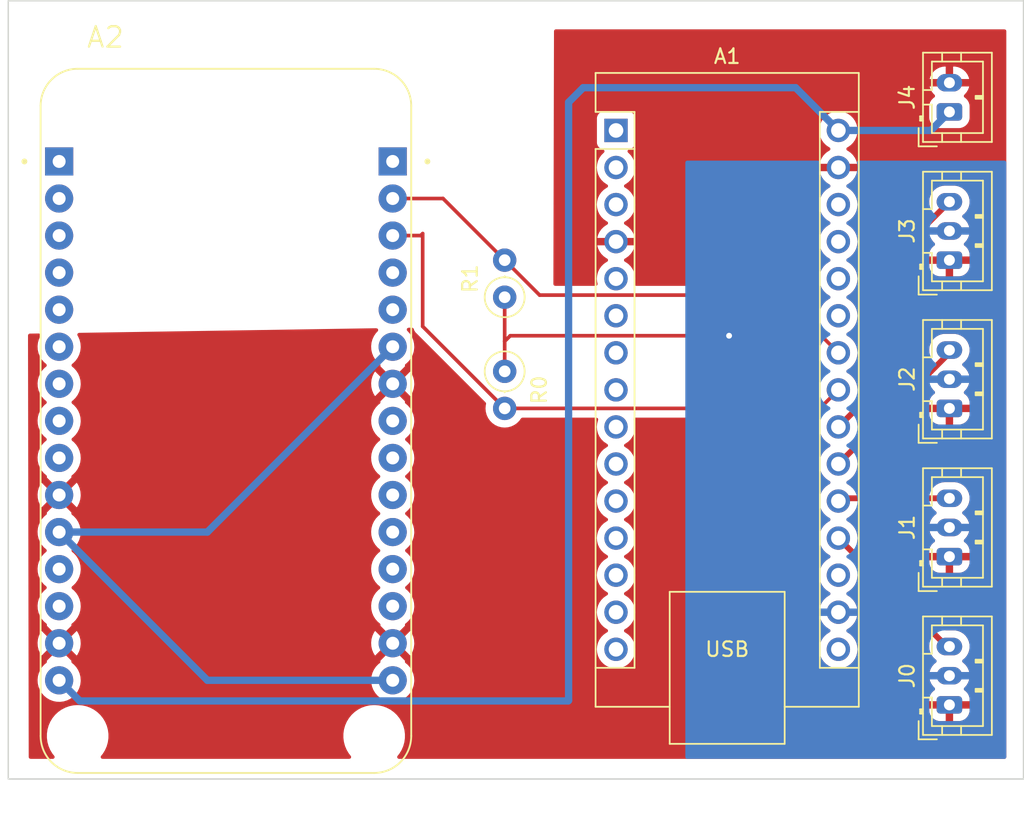
<source format=kicad_pcb>
(kicad_pcb (version 20211014) (generator pcbnew)
  (title_block (title "HASoilMoistureSensorPCB") (rev "0") (company "Benjamin Davis") (comment 1 "Copyright (C) 2022 - Benjamin Davis") (comment 2 "Distributed under GNU Piblic License v3"))
  (layers (0 "F.Cu" signal) (31 "B.Cu" signal) (34 "B.Paste" user) (35 "F.Paste" user) (36 "B.SilkS" user "B.Silkscreen") (37 "F.SilkS" user "F.Silkscreen") (38 "B.Mask" user) (39 "F.Mask" user) (44 "Edge.Cuts" user))
  (net 0 "")
  (net 4 "GND")
  (net 17 "+3V3")
  (net 19 "A0")
  (net 20 "A1")
  (net 21 "A2")
  (net 22 "A3")
  (net 23 "Net-(A1-Pad23)")
  (net 24 "Net-(A1-Pad24)")
  (net 29 "+5V")
  (net 39 "+3.3V")
  (footprint "Connector_JST:JST_PH_B3B-PH-K_1x03_P2.00mm_Vertical" (layer "F.Cu") (at 165.1 93.98 90)
    (fp_text reference "J2" (at 2 -2.9 90) (layer "F.SilkS"))
    (fp_text value "Conn_01x03_Male")
    (fp_line (start -2.06 -0.5) (end -1.45 -0.5) (layer "F.SilkS") (width 0.12))
    (fp_line (start -1.45 2.3) (end 5.45 2.3) (layer "F.SilkS") (width 0.12))
    (fp_line (start -1.11 -2.11) (end -2.36 -2.11) (layer "F.SilkS") (width 0.12))
    (fp_line (start 6.06 0.8) (end 5.45 0.8) (layer "F.SilkS") (width 0.12))
    (fp_line (start -0.6 -2.01) (end -0.6 -1.81) (layer "F.SilkS") (width 0.12))
    (fp_line (start 0.5 -1.2) (end -1.45 -1.2) (layer "F.SilkS") (width 0.12))
    (fp_line (start 1 2.3) (end 1 1.8) (layer "F.SilkS") (width 0.12))
    (fp_line (start 3 2.3) (end 3 1.8) (layer "F.SilkS") (width 0.12))
    (fp_line (start 3.5 -1.2) (end 3.5 -1.81) (layer "F.SilkS") (width 0.12))
    (fp_line (start 2.9 1.8) (end 3.1 1.8) (layer "F.SilkS") (width 0.12))
    (fp_line (start -2.06 2.91) (end 6.06 2.91) (layer "F.SilkS") (width 0.12))
    (fp_line (start 5.45 -1.2) (end 3.5 -1.2) (layer "F.SilkS") (width 0.12))
    (fp_line (start -2.06 -1.81) (end -2.06 2.91) (layer "F.SilkS") (width 0.12))
    (fp_line (start 1.1 1.8) (end 1.1 2.3) (layer "F.SilkS") (width 0.12))
    (fp_line (start 3.1 1.8) (end 3.1 2.3) (layer "F.SilkS") (width 0.12))
    (fp_line (start -1.45 -1.2) (end -1.45 2.3) (layer "F.SilkS") (width 0.12))
    (fp_line (start 6.06 2.91) (end 6.06 -1.81) (layer "F.SilkS") (width 0.12))
    (fp_line (start -2.06 0.8) (end -1.45 0.8) (layer "F.SilkS") (width 0.12))
    (fp_line (start 2.9 2.3) (end 2.9 1.8) (layer "F.SilkS") (width 0.12))
    (fp_line (start 0.5 -1.81) (end 0.5 -1.2) (layer "F.SilkS") (width 0.12))
    (fp_line (start 0.9 2.3) (end 0.9 1.8) (layer "F.SilkS") (width 0.12))
    (fp_line (start -0.3 -1.91) (end -0.6 -1.91) (layer "F.SilkS") (width 0.12))
    (fp_line (start -0.3 -1.81) (end -0.3 -2.01) (layer "F.SilkS") (width 0.12))
    (fp_line (start 6.06 -1.81) (end -2.06 -1.81) (layer "F.SilkS") (width 0.12))
    (fp_line (start 5.45 2.3) (end 5.45 -1.2) (layer "F.SilkS") (width 0.12))
    (fp_line (start 6.06 -0.5) (end 5.45 -0.5) (layer "F.SilkS") (width 0.12))
    (fp_line (start -0.3 -2.01) (end -0.6 -2.01) (layer "F.SilkS") (width 0.12))
    (fp_line (start -2.36 -2.11) (end -2.36 -0.86) (layer "F.SilkS") (width 0.12))
    (fp_line (start 0.9 1.8) (end 1.1 1.8) (layer "F.SilkS") (width 0.12))
    (pad "1" thru_hole roundrect (at 0 0 90) (size 1.2 1.75) (drill 0.75) (layers *.Cu *.Mask) (roundrect_rratio 0.2083333333) (net 4 "GND"))
    (pad "2" thru_hole oval (at 2 0 90) (size 1.2 1.75) (drill 0.75) (layers *.Cu *.Mask) (net 17 "+3V3"))
    (pad "3" thru_hole oval (at 4 0 90) (size 1.2 1.75) (drill 0.75) (layers *.Cu *.Mask) (net 21 "A2"))
  )
  (footprint "NodeMCU:nodeMCU_ESP-12e_Through-Hole" (layer "F.Cu") (at 115.515 94.835)
    (fp_text reference "A2" (at -8.255 -26.289) (layer "F.SilkS") (effects (font (size 1.4 1.4))))
    (fp_text value "nodeMCU_ESP-12E_Dev_Board")
    (fp_line (start -12.7 21.59) (end -12.7 -21.59) (layer "F.SilkS") (width 0.127))
    (fp_line (start 10.16 24.13) (end -10.16 24.13) (layer "F.SilkS") (width 0.127))
    (fp_line (start -10.16 -24.13) (end 10.16 -24.13) (layer "F.SilkS") (width 0.127))
    (fp_line (start 12.7 -21.59) (end 12.7 21.59) (layer "F.SilkS") (width 0.127))
    (fp_arc (start 12.7 21.59) (mid 11.956051 23.386051) (end 10.16 24.13) (layer "F.SilkS") (width 0.127))
    (fp_arc (start -10.16 24.13) (mid -11.956051 23.386051) (end -12.7 21.59) (layer "F.SilkS") (width 0.127))
    (fp_arc (start 10.16 -24.13) (mid 11.956051 -23.386051) (end 12.7 -21.59) (layer "F.SilkS") (width 0.127))
    (fp_arc (start -12.7 -21.59) (mid -11.956051 -23.386051) (end -10.16 -24.13) (layer "F.SilkS") (width 0.127))
    (fp_circle (center 13.81 -17.78) (end 13.91 -17.78) (layer "F.SilkS") (width 0.2) (fill none))
    (fp_circle (center -13.81 -17.78) (end -13.71 -17.78) (layer "F.SilkS") (width 0.2) (fill none))
    (pad "" np_thru_hole circle (at -10.16 21.59) (size 3.2 3.2) (drill 3.2) (layers *.Cu *.Mask))
    (pad "" np_thru_hole circle (at 10.16 -21.59) (size 3.2 3.2) (drill 3.2) (layers *.Cu *.Mask))
    (pad "" np_thru_hole circle (at 10.16 21.59) (size 3.2 3.2) (drill 3.2) (layers *.Cu *.Mask))
    (pad "" np_thru_hole circle (at -10.16 -21.59) (size 3.2 3.2) (drill 3.2) (layers *.Cu *.Mask))
    (pad "0" thru_hole rect (at -11.43 -17.78) (size 1.93 1.93) (drill 0.889) (layers *.Cu *.Mask))
    (pad "1" thru_hole circle (at -11.43 -15.24) (size 1.93 1.93) (drill 0.889) (layers *.Cu *.Mask))
    (pad "2" thru_hole circle (at -11.43 -12.7) (size 1.93 1.93) (drill 0.889) (layers *.Cu *.Mask))
    (pad "3" thru_hole circle (at -11.43 -10.16) (size 1.93 1.93) (drill 0.889) (layers *.Cu *.Mask))
    (pad "4" thru_hole circle (at -11.43 -7.62) (size 1.93 1.93) (drill 0.889) (layers *.Cu *.Mask))
    (pad "5" thru_hole circle (at -11.43 -5.08) (size 1.93 1.93) (drill 0.889) (layers *.Cu *.Mask))
    (pad "6" thru_hole circle (at -11.43 -2.54) (size 1.93 1.93) (drill 0.889) (layers *.Cu *.Mask))
    (pad "7" thru_hole circle (at -11.43 0) (size 1.93 1.93) (drill 0.889) (layers *.Cu *.Mask))
    (pad "8" thru_hole circle (at -11.43 2.54) (size 1.93 1.93) (drill 0.889) (layers *.Cu *.Mask))
    (pad "9" thru_hole circle (at -11.43 5.08) (size 1.93 1.93) (drill 0.889) (layers *.Cu *.Mask) (net 4 "GND"))
    (pad "10" thru_hole circle (at -11.43 7.62) (size 1.93 1.93) (drill 0.889) (layers *.Cu *.Mask) (net 39 "+3.3V"))
    (pad "11" thru_hole circle (at -11.43 10.16) (size 1.93 1.93) (drill 0.889) (layers *.Cu *.Mask))
    (pad "12" thru_hole circle (at -11.43 12.7) (size 1.93 1.93) (drill 0.889) (layers *.Cu *.Mask))
    (pad "13" thru_hole circle (at -11.43 15.24) (size 1.93 1.93) (drill 0.889) (layers *.Cu *.Mask) (net 4 "GND"))
    (pad "14" thru_hole circle (at -11.43 17.78) (size 1.93 1.93) (drill 0.889) (layers *.Cu *.Mask) (net 29 "+5V"))
    (pad "15" thru_hole rect (at 11.43 -17.78) (size 1.93 1.93) (drill 0.889) (layers *.Cu *.Mask))
    (pad "16" thru_hole circle (at 11.43 -15.24) (size 1.93 1.93) (drill 0.889) (layers *.Cu *.Mask) (net 24 "Net-(A1-Pad24)"))
    (pad "17" thru_hole circle (at 11.43 -12.7) (size 1.93 1.93) (drill 0.889) (layers *.Cu *.Mask) (net 23 "Net-(A1-Pad23)"))
    (pad "18" thru_hole circle (at 11.43 -10.16) (size 1.93 1.93) (drill 0.889) (layers *.Cu *.Mask))
    (pad "19" thru_hole circle (at 11.43 -7.62) (size 1.93 1.93) (drill 0.889) (layers *.Cu *.Mask))
    (pad "20" thru_hole circle (at 11.43 -5.08) (size 1.93 1.93) (drill 0.889) (layers *.Cu *.Mask) (net 39 "+3.3V"))
    (pad "21" thru_hole circle (at 11.43 -2.54) (size 1.93 1.93) (drill 0.889) (layers *.Cu *.Mask) (net 4 "GND"))
    (pad "22" thru_hole circle (at 11.43 0) (size 1.93 1.93) (drill 0.889) (layers *.Cu *.Mask))
    (pad "23" thru_hole circle (at 11.43 2.54) (size 1.93 1.93) (drill 0.889) (layers *.Cu *.Mask))
    (pad "24" thru_hole circle (at 11.43 5.08) (size 1.93 1.93) (drill 0.889) (layers *.Cu *.Mask))
    (pad "25" thru_hole circle (at 11.43 7.62) (size 1.93 1.93) (drill 0.889) (layers *.Cu *.Mask))
    (pad "26" thru_hole circle (at 11.43 10.16) (size 1.93 1.93) (drill 0.889) (layers *.Cu *.Mask))
    (pad "27" thru_hole circle (at 11.43 12.7) (size 1.93 1.93) (drill 0.889) (layers *.Cu *.Mask))
    (pad "28" thru_hole circle (at 11.43 15.24) (size 1.93 1.93) (drill 0.889) (layers *.Cu *.Mask) (net 4 "GND"))
    (pad "29" thru_hole circle (at 11.43 17.78) (size 1.93 1.93) (drill 0.889) (layers *.Cu *.Mask) (net 39 "+3.3V"))
    (zone (net 0) (net_name "") (layers *.Cu *.Adhes *.Paste) (name "Antenna") (connect_pads (clearance 0)) (min_thickness 0.254)
      (keepout (tracks not_allowed) (vias not_allowed) (pads allowed) (copperpour not_allowed) (footprints not_allowed))
      (fill (thermal_gap 0.508) (thermal_bridge_width 0.508))
      (polygon (pts (xy 128.715 75.735) (xy 125.515 75.735) (xy 125.515 80.835) (xy 105.415 80.835) (xy 105.415 75.635) (xy 102.215 75.635) (xy 102.215 67.035) (xy 128.715 67.135)))
    )
  )
  (footprint "Connector_JST:JST_PH_B3B-PH-K_1x03_P2.00mm_Vertical" (layer "F.Cu") (at 165.1 83.82 90)
    (fp_text reference "J3" (at 2 -2.9 90) (layer "F.SilkS"))
    (fp_text value "Conn_01x03_Male")
    (fp_line (start -0.3 -1.81) (end -0.3 -2.01) (layer "F.SilkS") (width 0.12))
    (fp_line (start -2.06 -0.5) (end -1.45 -0.5) (layer "F.SilkS") (width 0.12))
    (fp_line (start 0.9 1.8) (end 1.1 1.8) (layer "F.SilkS") (width 0.12))
    (fp_line (start -1.45 -1.2) (end -1.45 2.3) (layer "F.SilkS") (width 0.12))
    (fp_line (start 5.45 2.3) (end 5.45 -1.2) (layer "F.SilkS") (width 0.12))
    (fp_line (start -2.06 2.91) (end 6.06 2.91) (layer "F.SilkS") (width 0.12))
    (fp_line (start -1.45 2.3) (end 5.45 2.3) (layer "F.SilkS") (width 0.12))
    (fp_line (start 2.9 2.3) (end 2.9 1.8) (layer "F.SilkS") (width 0.12))
    (fp_line (start 3.5 -1.2) (end 3.5 -1.81) (layer "F.SilkS") (width 0.12))
    (fp_line (start 6.06 -1.81) (end -2.06 -1.81) (layer "F.SilkS") (width 0.12))
    (fp_line (start 3 2.3) (end 3 1.8) (layer "F.SilkS") (width 0.12))
    (fp_line (start -1.11 -2.11) (end -2.36 -2.11) (layer "F.SilkS") (width 0.12))
    (fp_line (start 5.45 -1.2) (end 3.5 -1.2) (layer "F.SilkS") (width 0.12))
    (fp_line (start -0.3 -2.01) (end -0.6 -2.01) (layer "F.SilkS") (width 0.12))
    (fp_line (start 2.9 1.8) (end 3.1 1.8) (layer "F.SilkS") (width 0.12))
    (fp_line (start -2.36 -2.11) (end -2.36 -0.86) (layer "F.SilkS") (width 0.12))
    (fp_line (start -0.6 -2.01) (end -0.6 -1.81) (layer "F.SilkS") (width 0.12))
    (fp_line (start -2.06 0.8) (end -1.45 0.8) (layer "F.SilkS") (width 0.12))
    (fp_line (start 3.1 1.8) (end 3.1 2.3) (layer "F.SilkS") (width 0.12))
    (fp_line (start 0.5 -1.81) (end 0.5 -1.2) (layer "F.SilkS") (width 0.12))
    (fp_line (start 0.5 -1.2) (end -1.45 -1.2) (layer "F.SilkS") (width 0.12))
    (fp_line (start 6.06 0.8) (end 5.45 0.8) (layer "F.SilkS") (width 0.12))
    (fp_line (start 0.9 2.3) (end 0.9 1.8) (layer "F.SilkS") (width 0.12))
    (fp_line (start -0.3 -1.91) (end -0.6 -1.91) (layer "F.SilkS") (width 0.12))
    (fp_line (start 1 2.3) (end 1 1.8) (layer "F.SilkS") (width 0.12))
    (fp_line (start -2.06 -1.81) (end -2.06 2.91) (layer "F.SilkS") (width 0.12))
    (fp_line (start 1.1 1.8) (end 1.1 2.3) (layer "F.SilkS") (width 0.12))
    (fp_line (start 6.06 2.91) (end 6.06 -1.81) (layer "F.SilkS") (width 0.12))
    (fp_line (start 6.06 -0.5) (end 5.45 -0.5) (layer "F.SilkS") (width 0.12))
    (pad "1" thru_hole roundrect (at 0 0 90) (size 1.2 1.75) (drill 0.75) (layers *.Cu *.Mask) (roundrect_rratio 0.2083333333) (net 4 "GND"))
    (pad "2" thru_hole oval (at 2 0 90) (size 1.2 1.75) (drill 0.75) (layers *.Cu *.Mask) (net 17 "+3V3"))
    (pad "3" thru_hole oval (at 4 0 90) (size 1.2 1.75) (drill 0.75) (layers *.Cu *.Mask) (net 22 "A3"))
  )
  (footprint "Resistor_THT:R_Axial_DIN0207_L6.3mm_D2.5mm_P2.54mm_Vertical" (layer "F.Cu") (at 134.62 86.36 90)
    (fp_text reference "R1" (at 1.27 -2.37 90) (layer "F.SilkS"))
    (fp_text value "1k")
    (fp_line (start 1.37 0) (end 1.44 0) (layer "F.SilkS") (width 0.12))
    (fp_circle (center 0 0) (end 1.37 0) (layer "F.SilkS") (width 0.12) (fill none))
    (pad "1" thru_hole circle (at 0 0 90) (size 1.6 1.6) (drill 0.8) (layers *.Cu *.Mask) (net 17 "+3V3"))
    (pad "2" thru_hole oval (at 2.54 0 90) (size 1.6 1.6) (drill 0.8) (layers *.Cu *.Mask) (net 24 "Net-(A1-Pad24)"))
  )
  (footprint "Module:Arduino_Nano" (layer "F.Cu") (at 142.25 74.93)
    (fp_text reference "A1" (at 7.62 -5.08) (layer "F.SilkS"))
    (fp_text value "Arduino_Nano_v3.x")
    (fp_text user "USB" (at 7.62 35.56 unlocked) (layer "F.SilkS"))
    (fp_line (start 1.27 36.83) (end -1.4 36.83) (layer "F.SilkS") (width 0.12))
    (fp_line (start 1.27 1.27) (end 1.27 36.83) (layer "F.SilkS") (width 0.12))
    (fp_line (start 11.56 31.62) (end 11.56 42.04) (layer "F.SilkS") (width 0.12))
    (fp_line (start 13.97 36.83) (end 16.64 36.83) (layer "F.SilkS") (width 0.12))
    (fp_line (start 13.97 -1.27) (end 16.64 -1.27) (layer "F.SilkS") (width 0.12))
    (fp_line (start 16.64 39.5) (end 16.64 -3.94) (layer "F.SilkS") (width 0.12))
    (fp_line (start 13.97 -1.27) (end 13.97 36.83) (layer "F.SilkS") (width 0.12))
    (fp_line (start 1.27 -1.27) (end -1.4 -1.27) (layer "F.SilkS") (width 0.12))
    (fp_line (start -1.4 1.27) (end -1.4 39.5) (layer "F.SilkS") (width 0.12))
    (fp_line (start 11.56 42.04) (end 3.68 42.04) (layer "F.SilkS") (width 0.12))
    (fp_line (start 3.68 42.04) (end 3.68 31.62) (layer "F.SilkS") (width 0.12))
    (fp_line (start 16.64 39.5) (end 11.56 39.5) (layer "F.SilkS") (width 0.12))
    (fp_line (start 16.64 -3.94) (end -1.4 -3.94) (layer "F.SilkS") (width 0.12))
    (fp_line (start 3.68 31.62) (end 11.56 31.62) (layer "F.SilkS") (width 0.12))
    (fp_line (start 1.27 1.27) (end -1.4 1.27) (layer "F.SilkS") (width 0.12))
    (fp_line (start 1.27 1.27) (end 1.27 -1.27) (layer "F.SilkS") (width 0.12))
    (fp_line (start -1.4 -3.94) (end -1.4 -1.27) (layer "F.SilkS") (width 0.12))
    (fp_line (start -1.4 39.5) (end 3.68 39.5) (layer "F.SilkS") (width 0.12))
    (pad "1" thru_hole rect (at 0 0) (size 1.6 1.6) (drill 1) (layers *.Cu *.Mask))
    (pad "2" thru_hole oval (at 0 2.54) (size 1.6 1.6) (drill 1) (layers *.Cu *.Mask))
    (pad "3" thru_hole oval (at 0 5.08) (size 1.6 1.6) (drill 1) (layers *.Cu *.Mask))
    (pad "4" thru_hole oval (at 0 7.62) (size 1.6 1.6) (drill 1) (layers *.Cu *.Mask) (net 4 "GND"))
    (pad "5" thru_hole oval (at 0 10.16) (size 1.6 1.6) (drill 1) (layers *.Cu *.Mask))
    (pad "6" thru_hole oval (at 0 12.7) (size 1.6 1.6) (drill 1) (layers *.Cu *.Mask))
    (pad "7" thru_hole oval (at 0 15.24) (size 1.6 1.6) (drill 1) (layers *.Cu *.Mask))
    (pad "8" thru_hole oval (at 0 17.78) (size 1.6 1.6) (drill 1) (layers *.Cu *.Mask))
    (pad "9" thru_hole oval (at 0 20.32) (size 1.6 1.6) (drill 1) (layers *.Cu *.Mask))
    (pad "10" thru_hole oval (at 0 22.86) (size 1.6 1.6) (drill 1) (layers *.Cu *.Mask))
    (pad "11" thru_hole oval (at 0 25.4) (size 1.6 1.6) (drill 1) (layers *.Cu *.Mask))
    (pad "12" thru_hole oval (at 0 27.94) (size 1.6 1.6) (drill 1) (layers *.Cu *.Mask))
    (pad "13" thru_hole oval (at 0 30.48) (size 1.6 1.6) (drill 1) (layers *.Cu *.Mask))
    (pad "14" thru_hole oval (at 0 33.02) (size 1.6 1.6) (drill 1) (layers *.Cu *.Mask))
    (pad "15" thru_hole oval (at 0 35.56) (size 1.6 1.6) (drill 1) (layers *.Cu *.Mask))
    (pad "16" thru_hole oval (at 15.24 35.56) (size 1.6 1.6) (drill 1) (layers *.Cu *.Mask))
    (pad "17" thru_hole oval (at 15.24 33.02) (size 1.6 1.6) (drill 1) (layers *.Cu *.Mask) (net 17 "+3V3"))
    (pad "18" thru_hole oval (at 15.24 30.48) (size 1.6 1.6) (drill 1) (layers *.Cu *.Mask))
    (pad "19" thru_hole oval (at 15.24 27.94) (size 1.6 1.6) (drill 1) (layers *.Cu *.Mask) (net 19 "A0"))
    (pad "20" thru_hole oval (at 15.24 25.4) (size 1.6 1.6) (drill 1) (layers *.Cu *.Mask) (net 20 "A1"))
    (pad "21" thru_hole oval (at 15.24 22.86) (size 1.6 1.6) (drill 1) (layers *.Cu *.Mask) (net 21 "A2"))
    (pad "22" thru_hole oval (at 15.24 20.32) (size 1.6 1.6) (drill 1) (layers *.Cu *.Mask) (net 22 "A3"))
    (pad "23" thru_hole oval (at 15.24 17.78) (size 1.6 1.6) (drill 1) (layers *.Cu *.Mask) (net 23 "Net-(A1-Pad23)"))
    (pad "24" thru_hole oval (at 15.24 15.24) (size 1.6 1.6) (drill 1) (layers *.Cu *.Mask) (net 24 "Net-(A1-Pad24)"))
    (pad "25" thru_hole oval (at 15.24 12.7) (size 1.6 1.6) (drill 1) (layers *.Cu *.Mask))
    (pad "26" thru_hole oval (at 15.24 10.16) (size 1.6 1.6) (drill 1) (layers *.Cu *.Mask))
    (pad "27" thru_hole oval (at 15.24 7.62) (size 1.6 1.6) (drill 1) (layers *.Cu *.Mask))
    (pad "28" thru_hole oval (at 15.24 5.08) (size 1.6 1.6) (drill 1) (layers *.Cu *.Mask))
    (pad "29" thru_hole oval (at 15.24 2.54) (size 1.6 1.6) (drill 1) (layers *.Cu *.Mask) (net 4 "GND"))
    (pad "30" thru_hole oval (at 15.24 0) (size 1.6 1.6) (drill 1) (layers *.Cu *.Mask) (net 29 "+5V"))
  )
  (footprint "Connector_JST:JST_PH_B3B-PH-K_1x03_P2.00mm_Vertical" (layer "F.Cu") (at 165.1 114.3 90)
    (fp_text reference "J0" (at 2 -2.9 90) (layer "F.SilkS"))
    (fp_text value "Conn_01x03_Male")
    (fp_line (start 0.9 2.3) (end 0.9 1.8) (layer "F.SilkS") (width 0.12))
    (fp_line (start -0.3 -2.01) (end -0.6 -2.01) (layer "F.SilkS") (width 0.12))
    (fp_line (start -0.3 -1.91) (end -0.6 -1.91) (layer "F.SilkS") (width 0.12))
    (fp_line (start 0.9 1.8) (end 1.1 1.8) (layer "F.SilkS") (width 0.12))
    (fp_line (start 6.06 2.91) (end 6.06 -1.81) (layer "F.SilkS") (width 0.12))
    (fp_line (start -2.06 -1.81) (end -2.06 2.91) (layer "F.SilkS") (width 0.12))
    (fp_line (start -0.3 -1.81) (end -0.3 -2.01) (layer "F.SilkS") (width 0.12))
    (fp_line (start -1.45 -1.2) (end -1.45 2.3) (layer "F.SilkS") (width 0.12))
    (fp_line (start 1 2.3) (end 1 1.8) (layer "F.SilkS") (width 0.12))
    (fp_line (start -2.06 0.8) (end -1.45 0.8) (layer "F.SilkS") (width 0.12))
    (fp_line (start 6.06 0.8) (end 5.45 0.8) (layer "F.SilkS") (width 0.12))
    (fp_line (start 0.5 -1.81) (end 0.5 -1.2) (layer "F.SilkS") (width 0.12))
    (fp_line (start -2.36 -2.11) (end -2.36 -0.86) (layer "F.SilkS") (width 0.12))
    (fp_line (start 3.5 -1.2) (end 3.5 -1.81) (layer "F.SilkS") (width 0.12))
    (fp_line (start 6.06 -1.81) (end -2.06 -1.81) (layer "F.SilkS") (width 0.12))
    (fp_line (start -1.11 -2.11) (end -2.36 -2.11) (layer "F.SilkS") (width 0.12))
    (fp_line (start 6.06 -0.5) (end 5.45 -0.5) (layer "F.SilkS") (width 0.12))
    (fp_line (start 2.9 1.8) (end 3.1 1.8) (layer "F.SilkS") (width 0.12))
    (fp_line (start -1.45 2.3) (end 5.45 2.3) (layer "F.SilkS") (width 0.12))
    (fp_line (start 1.1 1.8) (end 1.1 2.3) (layer "F.SilkS") (width 0.12))
    (fp_line (start 2.9 2.3) (end 2.9 1.8) (layer "F.SilkS") (width 0.12))
    (fp_line (start -0.6 -2.01) (end -0.6 -1.81) (layer "F.SilkS") (width 0.12))
    (fp_line (start 5.45 -1.2) (end 3.5 -1.2) (layer "F.SilkS") (width 0.12))
    (fp_line (start 0.5 -1.2) (end -1.45 -1.2) (layer "F.SilkS") (width 0.12))
    (fp_line (start 3.1 1.8) (end 3.1 2.3) (layer "F.SilkS") (width 0.12))
    (fp_line (start -2.06 -0.5) (end -1.45 -0.5) (layer "F.SilkS") (width 0.12))
    (fp_line (start 5.45 2.3) (end 5.45 -1.2) (layer "F.SilkS") (width 0.12))
    (fp_line (start -2.06 2.91) (end 6.06 2.91) (layer "F.SilkS") (width 0.12))
    (fp_line (start 3 2.3) (end 3 1.8) (layer "F.SilkS") (width 0.12))
    (pad "1" thru_hole roundrect (at 0 0 90) (size 1.2 1.75) (drill 0.75) (layers *.Cu *.Mask) (roundrect_rratio 0.2083333333) (net 4 "GND"))
    (pad "2" thru_hole oval (at 2 0 90) (size 1.2 1.75) (drill 0.75) (layers *.Cu *.Mask) (net 17 "+3V3"))
    (pad "3" thru_hole oval (at 4 0 90) (size 1.2 1.75) (drill 0.75) (layers *.Cu *.Mask) (net 19 "A0"))
  )
  (footprint "Connector_JST:JST_PH_B2B-PH-K_1x02_P2.00mm_Vertical" (layer "F.Cu") (at 165.1 73.66 90)
    (fp_text reference "J4" (at 1 -2.9 90) (layer "F.SilkS"))
    (fp_text value "Conn_01x02")
    (fp_line (start -2.36 -2.11) (end -2.36 -0.86) (layer "F.SilkS") (width 0.12))
    (fp_line (start -1.11 -2.11) (end -2.36 -2.11) (layer "F.SilkS") (width 0.12))
    (fp_line (start -2.06 2.91) (end 4.06 2.91) (layer "F.SilkS") (width 0.12))
    (fp_line (start -0.6 -2.01) (end -0.6 -1.81) (layer "F.SilkS") (width 0.12))
    (fp_line (start 1.5 -1.2) (end 1.5 -1.81) (layer "F.SilkS") (width 0.12))
    (fp_line (start 4.06 2.91) (end 4.06 -1.81) (layer "F.SilkS") (width 0.12))
    (fp_line (start -2.06 0.8) (end -1.45 0.8) (layer "F.SilkS") (width 0.12))
    (fp_line (start 0.9 1.8) (end 1.1 1.8) (layer "F.SilkS") (width 0.12))
    (fp_line (start -0.3 -1.91) (end -0.6 -1.91) (layer "F.SilkS") (width 0.12))
    (fp_line (start 1.1 1.8) (end 1.1 2.3) (layer "F.SilkS") (width 0.12))
    (fp_line (start 4.06 -1.81) (end -2.06 -1.81) (layer "F.SilkS") (width 0.12))
    (fp_line (start 3.45 2.3) (end 3.45 -1.2) (layer "F.SilkS") (width 0.12))
    (fp_line (start 4.06 0.8) (end 3.45 0.8) (layer "F.SilkS") (width 0.12))
    (fp_line (start -0.3 -1.81) (end -0.3 -2.01) (layer "F.SilkS") (width 0.12))
    (fp_line (start 0.5 -1.81) (end 0.5 -1.2) (layer "F.SilkS") (width 0.12))
    (fp_line (start -1.45 2.3) (end 3.45 2.3) (layer "F.SilkS") (width 0.12))
    (fp_line (start 1 2.3) (end 1 1.8) (layer "F.SilkS") (width 0.12))
    (fp_line (start 3.45 -1.2) (end 1.5 -1.2) (layer "F.SilkS") (width 0.12))
    (fp_line (start -2.06 -0.5) (end -1.45 -0.5) (layer "F.SilkS") (width 0.12))
    (fp_line (start 0.5 -1.2) (end -1.45 -1.2) (layer "F.SilkS") (width 0.12))
    (fp_line (start 4.06 -0.5) (end 3.45 -0.5) (layer "F.SilkS") (width 0.12))
    (fp_line (start -2.06 -1.81) (end -2.06 2.91) (layer "F.SilkS") (width 0.12))
    (fp_line (start -0.3 -2.01) (end -0.6 -2.01) (layer "F.SilkS") (width 0.12))
    (fp_line (start -1.45 -1.2) (end -1.45 2.3) (layer "F.SilkS") (width 0.12))
    (fp_line (start 0.9 2.3) (end 0.9 1.8) (layer "F.SilkS") (width 0.12))
    (pad "1" thru_hole roundrect (at 0 0 90) (size 1.2 1.75) (drill 0.75) (layers *.Cu *.Mask) (roundrect_rratio 0.2083333333) (net 29 "+5V"))
    (pad "2" thru_hole oval (at 2 0 90) (size 1.2 1.75) (drill 0.75) (layers *.Cu *.Mask) (net 4 "GND"))
  )
  (footprint "Resistor_THT:R_Axial_DIN0207_L6.3mm_D2.5mm_P2.54mm_Vertical" (layer "F.Cu") (at 134.62 91.44 -90)
    (fp_text reference "R0" (at 1.27 -2.37 90) (layer "F.SilkS"))
    (fp_text value "1k")
    (fp_line (start 1.37 0) (end 1.44 0) (layer "F.SilkS") (width 0.12))
    (fp_circle (center 0 0) (end 1.37 0) (layer "F.SilkS") (width 0.12) (fill none))
    (pad "1" thru_hole circle (at 0 0 270) (size 1.6 1.6) (drill 0.8) (layers *.Cu *.Mask) (net 17 "+3V3"))
    (pad "2" thru_hole oval (at 2.54 0 270) (size 1.6 1.6) (drill 0.8) (layers *.Cu *.Mask) (net 23 "Net-(A1-Pad23)"))
  )
  (footprint "Connector_JST:JST_PH_B3B-PH-K_1x03_P2.00mm_Vertical" (layer "F.Cu") (at 165.1 104.14 90)
    (fp_text reference "J1" (at 2 -2.9 90) (layer "F.SilkS"))
    (fp_text value "Conn_01x03_Male")
    (fp_line (start -2.06 -0.5) (end -1.45 -0.5) (layer "F.SilkS") (width 0.12))
    (fp_line (start 6.06 -0.5) (end 5.45 -0.5) (layer "F.SilkS") (width 0.12))
    (fp_line (start 2.9 1.8) (end 3.1 1.8) (layer "F.SilkS") (width 0.12))
    (fp_line (start 6.06 2.91) (end 6.06 -1.81) (layer "F.SilkS") (width 0.12))
    (fp_line (start -0.3 -1.81) (end -0.3 -2.01) (layer "F.SilkS") (width 0.12))
    (fp_line (start 0.9 2.3) (end 0.9 1.8) (layer "F.SilkS") (width 0.12))
    (fp_line (start 5.45 -1.2) (end 3.5 -1.2) (layer "F.SilkS") (width 0.12))
    (fp_line (start -2.06 -1.81) (end -2.06 2.91) (layer "F.SilkS") (width 0.12))
    (fp_line (start 3.5 -1.2) (end 3.5 -1.81) (layer "F.SilkS") (width 0.12))
    (fp_line (start 5.45 2.3) (end 5.45 -1.2) (layer "F.SilkS") (width 0.12))
    (fp_line (start -1.45 2.3) (end 5.45 2.3) (layer "F.SilkS") (width 0.12))
    (fp_line (start -0.3 -1.91) (end -0.6 -1.91) (layer "F.SilkS") (width 0.12))
    (fp_line (start 0.9 1.8) (end 1.1 1.8) (layer "F.SilkS") (width 0.12))
    (fp_line (start 6.06 -1.81) (end -2.06 -1.81) (layer "F.SilkS") (width 0.12))
    (fp_line (start 1 2.3) (end 1 1.8) (layer "F.SilkS") (width 0.12))
    (fp_line (start 6.06 0.8) (end 5.45 0.8) (layer "F.SilkS") (width 0.12))
    (fp_line (start -0.3 -2.01) (end -0.6 -2.01) (layer "F.SilkS") (width 0.12))
    (fp_line (start -1.11 -2.11) (end -2.36 -2.11) (layer "F.SilkS") (width 0.12))
    (fp_line (start -2.06 0.8) (end -1.45 0.8) (layer "F.SilkS") (width 0.12))
    (fp_line (start -2.06 2.91) (end 6.06 2.91) (layer "F.SilkS") (width 0.12))
    (fp_line (start 3 2.3) (end 3 1.8) (layer "F.SilkS") (width 0.12))
    (fp_line (start 3.1 1.8) (end 3.1 2.3) (layer "F.SilkS") (width 0.12))
    (fp_line (start 0.5 -1.81) (end 0.5 -1.2) (layer "F.SilkS") (width 0.12))
    (fp_line (start -0.6 -2.01) (end -0.6 -1.81) (layer "F.SilkS") (width 0.12))
    (fp_line (start -1.45 -1.2) (end -1.45 2.3) (layer "F.SilkS") (width 0.12))
    (fp_line (start 1.1 1.8) (end 1.1 2.3) (layer "F.SilkS") (width 0.12))
    (fp_line (start 2.9 2.3) (end 2.9 1.8) (layer "F.SilkS") (width 0.12))
    (fp_line (start -2.36 -2.11) (end -2.36 -0.86) (layer "F.SilkS") (width 0.12))
    (fp_line (start 0.5 -1.2) (end -1.45 -1.2) (layer "F.SilkS") (width 0.12))
    (pad "1" thru_hole roundrect (at 0 0 90) (size 1.2 1.75) (drill 0.75) (layers *.Cu *.Mask) (roundrect_rratio 0.2083333333) (net 4 "GND"))
    (pad "2" thru_hole oval (at 2 0 90) (size 1.2 1.75) (drill 0.75) (layers *.Cu *.Mask) (net 17 "+3V3"))
    (pad "3" thru_hole oval (at 4 0 90) (size 1.2 1.75) (drill 0.75) (layers *.Cu *.Mask) (net 20 "A1"))
  )
  (gr_rect (start 100.6 66.04) (end 170.18 119.38) (layer "Edge.Cuts") (width 0.1) (fill none))
  (segment (start 134.62 91.44) (end 134.62 89.38) (width 0.25) (layer "F.Cu") (net 17))
  (segment (start 134.62 89.38) (end 134.62 86.36) (width 0.25) (layer "F.Cu") (net 17))
  (segment (start 135 89) (end 150 89) (width 0.25) (layer "F.Cu") (net 17))
  (segment (start 134.62 89.38) (end 135 89) (width 0.25) (layer "F.Cu") (net 17))
  (via (at 150 89) (size 0.8) (drill 0.4) (layers "F.Cu" "B.Cu") (net 17))
  (segment (start 165.1 110.3) (end 164.92 110.3) (width 0.25) (layer "F.Cu") (net 19))
  (segment (start 164.92 110.3) (end 157.49 102.87) (width 0.4) (layer "F.Cu") (net 19))
  (segment (start 165.1 100.14) (end 157.68 100.14) (width 0.4) (layer "F.Cu") (net 20))
  (segment (start 157.68 100.14) (end 157.49 100.33) (width 0.25) (layer "F.Cu") (net 20))
  (segment (start 165.1 90.18) (end 157.49 97.79) (width 0.4) (layer "F.Cu") (net 21))
  (segment (start 165.1 89.98) (end 165.1 90.18) (width 0.25) (layer "F.Cu") (net 21))
  (segment (start 161 83.92) (end 161 91.74) (width 0.4) (layer "F.Cu") (net 22))
  (segment (start 165.1 79.82) (end 161 83.92) (width 0.4) (layer "F.Cu") (net 22))
  (segment (start 161 91.74) (end 157.49 95.25) (width 0.4) (layer "F.Cu") (net 22))
  (segment (start 129 82) (end 128.865 82.135) (width 0.25) (layer "F.Cu") (net 23))
  (segment (start 134.62 93.98) (end 129 88.36) (width 0.25) (layer "F.Cu") (net 23))
  (segment (start 128.865 82.135) (end 126.945 82.135) (width 0.25) (layer "F.Cu") (net 23))
  (segment (start 129 88.36) (end 129 82) (width 0.25) (layer "F.Cu") (net 23))
  (segment (start 134.62 93.98) (end 156.22 93.98) (width 0.25) (layer "F.Cu") (net 23))
  (segment (start 156.22 93.98) (end 157.49 92.71) (width 0.25) (layer "F.Cu") (net 23))
  (segment (start 137.015 86.215) (end 153.535 86.215) (width 0.25) (layer "F.Cu") (net 24))
  (segment (start 134.62 83.82) (end 137.015 86.215) (width 0.25) (layer "F.Cu") (net 24))
  (segment (start 134.62 83.82) (end 130.395 79.595) (width 0.25) (layer "F.Cu") (net 24))
  (segment (start 130.395 79.595) (end 126.945 79.595) (width 0.25) (layer "F.Cu") (net 24))
  (segment (start 153.535 86.215) (end 157.49 90.17) (width 0.25) (layer "F.Cu") (net 24))
  (segment (start 138.97 114.03) (end 139 114) (width 0.5) (layer "B.Cu") (net 29))
  (segment (start 105.5 114.03) (end 138.97 114.03) (width 0.5) (layer "B.Cu") (net 29))
  (segment (start 140 72) (end 154.56 72) (width 0.5) (layer "B.Cu") (net 29))
  (segment (start 163.83 74.93) (end 165.1 73.66) (width 0.5) (layer "B.Cu") (net 29))
  (segment (start 154.56 72) (end 157.49 74.93) (width 0.5) (layer "B.Cu") (net 29))
  (segment (start 139 73) (end 140 72) (width 0.5) (layer "B.Cu") (net 29))
  (segment (start 104.085 112.615) (end 105.5 114.03) (width 0.5) (layer "B.Cu") (net 29))
  (segment (start 157.49 74.93) (end 163.83 74.93) (width 0.5) (layer "B.Cu") (net 29))
  (segment (start 139 114) (end 139 73) (width 0.5) (layer "B.Cu") (net 29))
  (segment (start 114.245 102.455) (end 126.945 89.755) (width 0.5) (layer "B.Cu") (net 39))
  (segment (start 114.245 112.615) (end 104.085 102.455) (width 0.5) (layer "B.Cu") (net 39))
  (segment (start 104.085 102.455) (end 114.245 102.455) (width 0.5) (layer "B.Cu") (net 39))
  (segment (start 126.945 112.615) (end 114.245 112.615) (width 0.5) (layer "B.Cu") (net 39))
  (zone (net 4) (net_name "GND") (layer "F.Cu") (connect_pads (clearance 0.508)) (min_thickness 0.254) (fill yes (thermal_gap 0.508) (thermal_bridge_width 0.508))
    (polygon (pts (xy 169 118) (xy 102 118) (xy 101.951098 88.856328) (xy 137.951098 88.296328) (xy 138 68) (xy 169 68)))
  )
  (zone (net 17) (net_name "+3V3") (layer "B.Cu") (connect_pads (clearance 0.508)) (min_thickness 0.254) (fill yes (thermal_gap 0.508) (thermal_bridge_width 0.508))
    (polygon (pts (xy 169 118) (xy 147 118) (xy 147 77) (xy 169 77)))
  )
)
</source>
